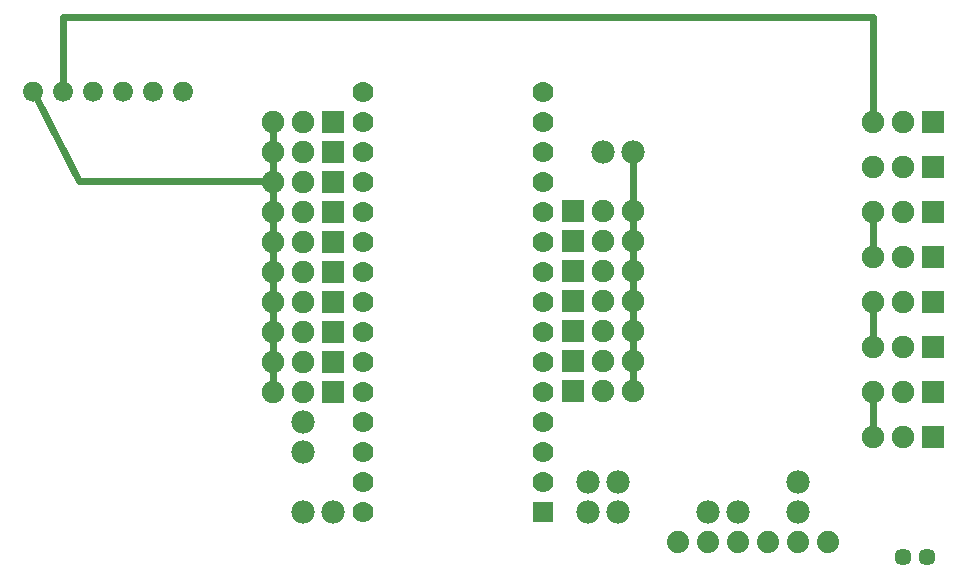
<source format=gbl>
G04 MADE WITH FRITZING*
G04 WWW.FRITZING.ORG*
G04 DOUBLE SIDED*
G04 HOLES PLATED*
G04 CONTOUR ON CENTER OF CONTOUR VECTOR*
%ASAXBY*%
%FSLAX23Y23*%
%MOIN*%
%OFA0B0*%
%SFA1.0B1.0*%
%ADD10C,0.075000*%
%ADD11C,0.065972*%
%ADD12C,0.057000*%
%ADD13C,0.070000*%
%ADD14C,0.074000*%
%ADD15C,0.078000*%
%ADD16R,0.075000X0.075000*%
%ADD17R,0.069972X0.070000*%
%ADD18C,0.024000*%
%ADD19R,0.001000X0.001000*%
%LNCOPPER0*%
G90*
G70*
G54D10*
X3256Y722D03*
X3156Y722D03*
X3056Y722D03*
X3256Y572D03*
X3156Y572D03*
X3056Y572D03*
X3256Y1472D03*
X3156Y1472D03*
X3056Y1472D03*
X3256Y1172D03*
X3156Y1172D03*
X3056Y1172D03*
X3256Y872D03*
X3156Y872D03*
X3056Y872D03*
X3256Y1622D03*
X3156Y1622D03*
X3056Y1622D03*
X3256Y1322D03*
X3156Y1322D03*
X3056Y1322D03*
X3256Y1022D03*
X3156Y1022D03*
X3056Y1022D03*
X1256Y1622D03*
X1156Y1622D03*
X1056Y1622D03*
X1256Y1522D03*
X1156Y1522D03*
X1056Y1522D03*
X1256Y1422D03*
X1156Y1422D03*
X1056Y1422D03*
X1256Y1322D03*
X1156Y1322D03*
X1056Y1322D03*
X1256Y1222D03*
X1156Y1222D03*
X1056Y1222D03*
X1256Y1122D03*
X1156Y1122D03*
X1056Y1122D03*
X1256Y922D03*
X1156Y922D03*
X1056Y922D03*
X1256Y1022D03*
X1156Y1022D03*
X1056Y1022D03*
X1256Y722D03*
X1156Y722D03*
X1056Y722D03*
X1256Y822D03*
X1156Y822D03*
X1056Y822D03*
X2058Y1325D03*
X2158Y1325D03*
X2258Y1325D03*
X2058Y1125D03*
X2158Y1125D03*
X2258Y1125D03*
X2058Y1225D03*
X2158Y1225D03*
X2258Y1225D03*
X2058Y1025D03*
X2158Y1025D03*
X2258Y1025D03*
X2058Y825D03*
X2158Y825D03*
X2258Y825D03*
X2058Y925D03*
X2158Y925D03*
X2258Y925D03*
X2058Y725D03*
X2158Y725D03*
X2258Y725D03*
G54D11*
X257Y1723D03*
X357Y1723D03*
X457Y1723D03*
X557Y1723D03*
X657Y1723D03*
X757Y1723D03*
G54D12*
X3157Y173D03*
X3236Y173D03*
G54D13*
X1957Y323D03*
X1957Y423D03*
X1957Y523D03*
X1957Y623D03*
X1957Y723D03*
X1957Y823D03*
X1957Y923D03*
X1957Y1023D03*
X1957Y1123D03*
X1957Y1223D03*
X1957Y1323D03*
X1957Y1423D03*
X1957Y1523D03*
X1957Y1623D03*
X1957Y1723D03*
X1357Y323D03*
X1357Y423D03*
X1357Y523D03*
X1357Y623D03*
X1357Y723D03*
X1357Y823D03*
X1357Y923D03*
X1357Y1023D03*
X1357Y1123D03*
X1357Y1223D03*
X1357Y1323D03*
X1357Y1423D03*
X1357Y1523D03*
X1357Y1623D03*
X1357Y1723D03*
G54D14*
X2907Y223D03*
X2807Y223D03*
X2707Y223D03*
X2607Y223D03*
X2507Y223D03*
X2407Y223D03*
G54D15*
X2207Y423D03*
X2107Y423D03*
X1257Y323D03*
X1157Y323D03*
X1157Y523D03*
X1157Y623D03*
X2157Y1523D03*
X2257Y1523D03*
X2807Y323D03*
X2807Y423D03*
X2607Y323D03*
X2507Y323D03*
X2207Y323D03*
X2107Y323D03*
G54D16*
X3256Y722D03*
X3256Y572D03*
X3256Y1472D03*
X3256Y1172D03*
X3256Y872D03*
X3256Y1622D03*
X3256Y1322D03*
X3256Y1022D03*
X1256Y1622D03*
X1256Y1522D03*
X1256Y1422D03*
X1256Y1322D03*
X1256Y1222D03*
X1256Y1122D03*
X1256Y922D03*
X1256Y1022D03*
X1256Y722D03*
X1256Y822D03*
X2058Y1325D03*
X2058Y1125D03*
X2058Y1225D03*
X2058Y1025D03*
X2058Y825D03*
X2058Y925D03*
X2058Y725D03*
G54D17*
X1957Y323D03*
G54D18*
X409Y1425D02*
X269Y1699D01*
D02*
X1058Y1425D02*
X409Y1425D01*
D02*
X1058Y1223D02*
X1058Y1425D01*
D02*
X1057Y1223D02*
X1058Y1223D01*
D02*
X1057Y1208D02*
X1057Y1139D01*
D02*
X1057Y1108D02*
X1057Y1039D01*
D02*
X1057Y1008D02*
X1057Y939D01*
D02*
X1057Y908D02*
X1057Y839D01*
D02*
X1057Y808D02*
X1057Y739D01*
D02*
X2257Y808D02*
X2257Y739D01*
D02*
X2257Y1008D02*
X2257Y839D01*
D02*
X2257Y1039D02*
X2257Y1108D01*
D02*
X2257Y1139D02*
X2257Y1208D01*
D02*
X2257Y1239D02*
X2257Y1308D01*
D02*
X2257Y1493D02*
X2257Y1339D01*
D02*
X3057Y889D02*
X3057Y1008D01*
D02*
X3057Y1189D02*
X3057Y1308D01*
D02*
X3057Y1473D02*
X3057Y1473D01*
D02*
X3057Y589D02*
X3057Y708D01*
D02*
X357Y1971D02*
X3057Y1971D01*
D02*
X3057Y1971D02*
X3057Y1639D01*
D02*
X357Y1750D02*
X357Y1971D01*
D02*
X1057Y1439D02*
X1057Y1508D01*
D02*
X1057Y1539D02*
X1057Y1608D01*
G54D19*
X250Y1756D02*
X263Y1756D01*
X350Y1756D02*
X363Y1756D01*
X450Y1756D02*
X463Y1756D01*
X550Y1756D02*
X563Y1756D01*
X650Y1756D02*
X663Y1756D01*
X750Y1756D02*
X763Y1756D01*
X247Y1755D02*
X267Y1755D01*
X347Y1755D02*
X366Y1755D01*
X447Y1755D02*
X466Y1755D01*
X547Y1755D02*
X566Y1755D01*
X646Y1755D02*
X666Y1755D01*
X746Y1755D02*
X766Y1755D01*
X244Y1754D02*
X269Y1754D01*
X344Y1754D02*
X369Y1754D01*
X444Y1754D02*
X469Y1754D01*
X544Y1754D02*
X569Y1754D01*
X644Y1754D02*
X669Y1754D01*
X744Y1754D02*
X769Y1754D01*
X242Y1753D02*
X271Y1753D01*
X342Y1753D02*
X371Y1753D01*
X442Y1753D02*
X471Y1753D01*
X542Y1753D02*
X571Y1753D01*
X642Y1753D02*
X671Y1753D01*
X742Y1753D02*
X771Y1753D01*
X240Y1752D02*
X273Y1752D01*
X340Y1752D02*
X373Y1752D01*
X440Y1752D02*
X473Y1752D01*
X540Y1752D02*
X573Y1752D01*
X640Y1752D02*
X673Y1752D01*
X740Y1752D02*
X773Y1752D01*
X238Y1751D02*
X275Y1751D01*
X338Y1751D02*
X375Y1751D01*
X438Y1751D02*
X475Y1751D01*
X538Y1751D02*
X575Y1751D01*
X638Y1751D02*
X675Y1751D01*
X738Y1751D02*
X775Y1751D01*
X237Y1750D02*
X276Y1750D01*
X337Y1750D02*
X376Y1750D01*
X437Y1750D02*
X476Y1750D01*
X537Y1750D02*
X576Y1750D01*
X637Y1750D02*
X676Y1750D01*
X737Y1750D02*
X776Y1750D01*
X236Y1749D02*
X277Y1749D01*
X336Y1749D02*
X377Y1749D01*
X436Y1749D02*
X477Y1749D01*
X536Y1749D02*
X577Y1749D01*
X636Y1749D02*
X677Y1749D01*
X736Y1749D02*
X777Y1749D01*
X235Y1748D02*
X278Y1748D01*
X335Y1748D02*
X378Y1748D01*
X435Y1748D02*
X478Y1748D01*
X535Y1748D02*
X578Y1748D01*
X634Y1748D02*
X678Y1748D01*
X734Y1748D02*
X778Y1748D01*
X234Y1747D02*
X280Y1747D01*
X333Y1747D02*
X380Y1747D01*
X433Y1747D02*
X480Y1747D01*
X533Y1747D02*
X580Y1747D01*
X633Y1747D02*
X679Y1747D01*
X733Y1747D02*
X779Y1747D01*
X233Y1746D02*
X280Y1746D01*
X333Y1746D02*
X380Y1746D01*
X433Y1746D02*
X480Y1746D01*
X533Y1746D02*
X580Y1746D01*
X633Y1746D02*
X680Y1746D01*
X732Y1746D02*
X780Y1746D01*
X232Y1745D02*
X281Y1745D01*
X332Y1745D02*
X381Y1745D01*
X432Y1745D02*
X481Y1745D01*
X532Y1745D02*
X581Y1745D01*
X632Y1745D02*
X681Y1745D01*
X732Y1745D02*
X781Y1745D01*
X231Y1744D02*
X282Y1744D01*
X331Y1744D02*
X382Y1744D01*
X431Y1744D02*
X482Y1744D01*
X531Y1744D02*
X582Y1744D01*
X631Y1744D02*
X682Y1744D01*
X731Y1744D02*
X782Y1744D01*
X230Y1743D02*
X283Y1743D01*
X330Y1743D02*
X383Y1743D01*
X430Y1743D02*
X483Y1743D01*
X530Y1743D02*
X583Y1743D01*
X630Y1743D02*
X683Y1743D01*
X730Y1743D02*
X783Y1743D01*
X230Y1742D02*
X283Y1742D01*
X330Y1742D02*
X383Y1742D01*
X430Y1742D02*
X483Y1742D01*
X530Y1742D02*
X583Y1742D01*
X629Y1742D02*
X683Y1742D01*
X729Y1742D02*
X783Y1742D01*
X229Y1741D02*
X284Y1741D01*
X329Y1741D02*
X384Y1741D01*
X429Y1741D02*
X484Y1741D01*
X529Y1741D02*
X584Y1741D01*
X629Y1741D02*
X684Y1741D01*
X729Y1741D02*
X784Y1741D01*
X228Y1740D02*
X285Y1740D01*
X328Y1740D02*
X385Y1740D01*
X428Y1740D02*
X485Y1740D01*
X528Y1740D02*
X585Y1740D01*
X628Y1740D02*
X685Y1740D01*
X728Y1740D02*
X785Y1740D01*
X228Y1739D02*
X252Y1739D01*
X261Y1739D02*
X285Y1739D01*
X328Y1739D02*
X352Y1739D01*
X361Y1739D02*
X385Y1739D01*
X428Y1739D02*
X452Y1739D01*
X461Y1739D02*
X485Y1739D01*
X528Y1739D02*
X552Y1739D01*
X561Y1739D02*
X585Y1739D01*
X628Y1739D02*
X652Y1739D01*
X661Y1739D02*
X685Y1739D01*
X728Y1739D02*
X752Y1739D01*
X761Y1739D02*
X785Y1739D01*
X227Y1738D02*
X249Y1738D01*
X264Y1738D02*
X286Y1738D01*
X327Y1738D02*
X349Y1738D01*
X364Y1738D02*
X386Y1738D01*
X427Y1738D02*
X449Y1738D01*
X464Y1738D02*
X486Y1738D01*
X527Y1738D02*
X549Y1738D01*
X564Y1738D02*
X586Y1738D01*
X627Y1738D02*
X649Y1738D01*
X664Y1738D02*
X686Y1738D01*
X727Y1738D02*
X749Y1738D01*
X764Y1738D02*
X786Y1738D01*
X227Y1737D02*
X247Y1737D01*
X266Y1737D02*
X286Y1737D01*
X327Y1737D02*
X347Y1737D01*
X366Y1737D02*
X386Y1737D01*
X427Y1737D02*
X447Y1737D01*
X466Y1737D02*
X486Y1737D01*
X527Y1737D02*
X547Y1737D01*
X566Y1737D02*
X586Y1737D01*
X627Y1737D02*
X647Y1737D01*
X666Y1737D02*
X686Y1737D01*
X727Y1737D02*
X747Y1737D01*
X766Y1737D02*
X786Y1737D01*
X227Y1736D02*
X246Y1736D01*
X267Y1736D02*
X287Y1736D01*
X327Y1736D02*
X346Y1736D01*
X367Y1736D02*
X387Y1736D01*
X427Y1736D02*
X446Y1736D01*
X467Y1736D02*
X486Y1736D01*
X527Y1736D02*
X546Y1736D01*
X567Y1736D02*
X586Y1736D01*
X626Y1736D02*
X646Y1736D01*
X667Y1736D02*
X686Y1736D01*
X726Y1736D02*
X746Y1736D01*
X767Y1736D02*
X786Y1736D01*
X226Y1735D02*
X245Y1735D01*
X268Y1735D02*
X287Y1735D01*
X326Y1735D02*
X345Y1735D01*
X368Y1735D02*
X387Y1735D01*
X426Y1735D02*
X445Y1735D01*
X468Y1735D02*
X487Y1735D01*
X526Y1735D02*
X545Y1735D01*
X568Y1735D02*
X587Y1735D01*
X626Y1735D02*
X645Y1735D01*
X668Y1735D02*
X687Y1735D01*
X726Y1735D02*
X745Y1735D01*
X768Y1735D02*
X787Y1735D01*
X226Y1734D02*
X244Y1734D01*
X269Y1734D02*
X287Y1734D01*
X326Y1734D02*
X344Y1734D01*
X369Y1734D02*
X387Y1734D01*
X426Y1734D02*
X444Y1734D01*
X469Y1734D02*
X487Y1734D01*
X526Y1734D02*
X544Y1734D01*
X569Y1734D02*
X587Y1734D01*
X626Y1734D02*
X644Y1734D01*
X669Y1734D02*
X687Y1734D01*
X726Y1734D02*
X744Y1734D01*
X769Y1734D02*
X787Y1734D01*
X226Y1733D02*
X243Y1733D01*
X270Y1733D02*
X288Y1733D01*
X325Y1733D02*
X343Y1733D01*
X370Y1733D02*
X388Y1733D01*
X425Y1733D02*
X443Y1733D01*
X470Y1733D02*
X488Y1733D01*
X525Y1733D02*
X543Y1733D01*
X570Y1733D02*
X588Y1733D01*
X625Y1733D02*
X643Y1733D01*
X670Y1733D02*
X687Y1733D01*
X725Y1733D02*
X743Y1733D01*
X770Y1733D02*
X787Y1733D01*
X225Y1732D02*
X243Y1732D01*
X270Y1732D02*
X288Y1732D01*
X325Y1732D02*
X343Y1732D01*
X370Y1732D02*
X388Y1732D01*
X425Y1732D02*
X443Y1732D01*
X470Y1732D02*
X488Y1732D01*
X525Y1732D02*
X543Y1732D01*
X570Y1732D02*
X588Y1732D01*
X625Y1732D02*
X643Y1732D01*
X670Y1732D02*
X688Y1732D01*
X725Y1732D02*
X742Y1732D01*
X770Y1732D02*
X788Y1732D01*
X225Y1731D02*
X242Y1731D01*
X271Y1731D02*
X288Y1731D01*
X325Y1731D02*
X342Y1731D01*
X371Y1731D02*
X388Y1731D01*
X425Y1731D02*
X442Y1731D01*
X471Y1731D02*
X488Y1731D01*
X525Y1731D02*
X542Y1731D01*
X571Y1731D02*
X588Y1731D01*
X625Y1731D02*
X642Y1731D01*
X671Y1731D02*
X688Y1731D01*
X725Y1731D02*
X742Y1731D01*
X771Y1731D02*
X788Y1731D01*
X225Y1730D02*
X242Y1730D01*
X272Y1730D02*
X288Y1730D01*
X325Y1730D02*
X341Y1730D01*
X372Y1730D02*
X388Y1730D01*
X425Y1730D02*
X441Y1730D01*
X472Y1730D02*
X488Y1730D01*
X525Y1730D02*
X541Y1730D01*
X572Y1730D02*
X588Y1730D01*
X625Y1730D02*
X641Y1730D01*
X671Y1730D02*
X688Y1730D01*
X725Y1730D02*
X741Y1730D01*
X771Y1730D02*
X788Y1730D01*
X225Y1729D02*
X241Y1729D01*
X272Y1729D02*
X289Y1729D01*
X325Y1729D02*
X341Y1729D01*
X372Y1729D02*
X389Y1729D01*
X425Y1729D02*
X441Y1729D01*
X472Y1729D02*
X488Y1729D01*
X525Y1729D02*
X541Y1729D01*
X572Y1729D02*
X588Y1729D01*
X624Y1729D02*
X641Y1729D01*
X672Y1729D02*
X688Y1729D01*
X724Y1729D02*
X741Y1729D01*
X772Y1729D02*
X788Y1729D01*
X224Y1728D02*
X241Y1728D01*
X272Y1728D02*
X289Y1728D01*
X324Y1728D02*
X341Y1728D01*
X372Y1728D02*
X389Y1728D01*
X424Y1728D02*
X441Y1728D01*
X472Y1728D02*
X489Y1728D01*
X524Y1728D02*
X541Y1728D01*
X572Y1728D02*
X589Y1728D01*
X624Y1728D02*
X641Y1728D01*
X672Y1728D02*
X689Y1728D01*
X724Y1728D02*
X741Y1728D01*
X772Y1728D02*
X789Y1728D01*
X224Y1727D02*
X241Y1727D01*
X272Y1727D02*
X289Y1727D01*
X324Y1727D02*
X341Y1727D01*
X372Y1727D02*
X389Y1727D01*
X424Y1727D02*
X441Y1727D01*
X472Y1727D02*
X489Y1727D01*
X524Y1727D02*
X541Y1727D01*
X572Y1727D02*
X589Y1727D01*
X624Y1727D02*
X641Y1727D01*
X672Y1727D02*
X689Y1727D01*
X724Y1727D02*
X741Y1727D01*
X772Y1727D02*
X789Y1727D01*
X224Y1726D02*
X241Y1726D01*
X273Y1726D02*
X289Y1726D01*
X324Y1726D02*
X341Y1726D01*
X372Y1726D02*
X389Y1726D01*
X424Y1726D02*
X441Y1726D01*
X472Y1726D02*
X489Y1726D01*
X524Y1726D02*
X541Y1726D01*
X572Y1726D02*
X589Y1726D01*
X624Y1726D02*
X640Y1726D01*
X672Y1726D02*
X689Y1726D01*
X724Y1726D02*
X740Y1726D01*
X772Y1726D02*
X789Y1726D01*
X224Y1725D02*
X241Y1725D01*
X273Y1725D02*
X289Y1725D01*
X324Y1725D02*
X340Y1725D01*
X373Y1725D02*
X389Y1725D01*
X424Y1725D02*
X440Y1725D01*
X473Y1725D02*
X489Y1725D01*
X524Y1725D02*
X540Y1725D01*
X573Y1725D02*
X589Y1725D01*
X624Y1725D02*
X640Y1725D01*
X672Y1725D02*
X689Y1725D01*
X724Y1725D02*
X740Y1725D01*
X772Y1725D02*
X789Y1725D01*
X224Y1724D02*
X240Y1724D01*
X273Y1724D02*
X289Y1724D01*
X324Y1724D02*
X340Y1724D01*
X373Y1724D02*
X389Y1724D01*
X424Y1724D02*
X440Y1724D01*
X473Y1724D02*
X489Y1724D01*
X524Y1724D02*
X540Y1724D01*
X573Y1724D02*
X589Y1724D01*
X624Y1724D02*
X640Y1724D01*
X673Y1724D02*
X689Y1724D01*
X724Y1724D02*
X740Y1724D01*
X773Y1724D02*
X789Y1724D01*
X224Y1723D02*
X241Y1723D01*
X273Y1723D02*
X289Y1723D01*
X324Y1723D02*
X340Y1723D01*
X373Y1723D02*
X389Y1723D01*
X424Y1723D02*
X440Y1723D01*
X473Y1723D02*
X489Y1723D01*
X524Y1723D02*
X540Y1723D01*
X573Y1723D02*
X589Y1723D01*
X624Y1723D02*
X640Y1723D01*
X672Y1723D02*
X689Y1723D01*
X724Y1723D02*
X740Y1723D01*
X772Y1723D02*
X789Y1723D01*
X224Y1722D02*
X241Y1722D01*
X273Y1722D02*
X289Y1722D01*
X324Y1722D02*
X341Y1722D01*
X372Y1722D02*
X389Y1722D01*
X424Y1722D02*
X441Y1722D01*
X472Y1722D02*
X489Y1722D01*
X524Y1722D02*
X541Y1722D01*
X572Y1722D02*
X589Y1722D01*
X624Y1722D02*
X640Y1722D01*
X672Y1722D02*
X689Y1722D01*
X724Y1722D02*
X740Y1722D01*
X772Y1722D02*
X789Y1722D01*
X224Y1721D02*
X241Y1721D01*
X272Y1721D02*
X289Y1721D01*
X324Y1721D02*
X341Y1721D01*
X372Y1721D02*
X389Y1721D01*
X424Y1721D02*
X441Y1721D01*
X472Y1721D02*
X489Y1721D01*
X524Y1721D02*
X541Y1721D01*
X572Y1721D02*
X589Y1721D01*
X624Y1721D02*
X641Y1721D01*
X672Y1721D02*
X689Y1721D01*
X724Y1721D02*
X741Y1721D01*
X772Y1721D02*
X789Y1721D01*
X224Y1720D02*
X241Y1720D01*
X272Y1720D02*
X289Y1720D01*
X324Y1720D02*
X341Y1720D01*
X372Y1720D02*
X389Y1720D01*
X424Y1720D02*
X441Y1720D01*
X472Y1720D02*
X489Y1720D01*
X524Y1720D02*
X541Y1720D01*
X572Y1720D02*
X589Y1720D01*
X624Y1720D02*
X641Y1720D01*
X672Y1720D02*
X689Y1720D01*
X724Y1720D02*
X741Y1720D01*
X772Y1720D02*
X789Y1720D01*
X225Y1719D02*
X241Y1719D01*
X272Y1719D02*
X289Y1719D01*
X325Y1719D02*
X341Y1719D01*
X372Y1719D02*
X389Y1719D01*
X424Y1719D02*
X441Y1719D01*
X472Y1719D02*
X488Y1719D01*
X524Y1719D02*
X541Y1719D01*
X572Y1719D02*
X589Y1719D01*
X624Y1719D02*
X641Y1719D01*
X672Y1719D02*
X688Y1719D01*
X724Y1719D02*
X741Y1719D01*
X772Y1719D02*
X788Y1719D01*
X225Y1718D02*
X241Y1718D01*
X272Y1718D02*
X288Y1718D01*
X325Y1718D02*
X341Y1718D01*
X372Y1718D02*
X388Y1718D01*
X425Y1718D02*
X441Y1718D01*
X472Y1718D02*
X488Y1718D01*
X525Y1718D02*
X541Y1718D01*
X572Y1718D02*
X588Y1718D01*
X625Y1718D02*
X641Y1718D01*
X672Y1718D02*
X688Y1718D01*
X725Y1718D02*
X741Y1718D01*
X772Y1718D02*
X788Y1718D01*
X225Y1717D02*
X242Y1717D01*
X271Y1717D02*
X288Y1717D01*
X325Y1717D02*
X342Y1717D01*
X371Y1717D02*
X388Y1717D01*
X425Y1717D02*
X442Y1717D01*
X471Y1717D02*
X488Y1717D01*
X525Y1717D02*
X542Y1717D01*
X571Y1717D02*
X588Y1717D01*
X625Y1717D02*
X642Y1717D01*
X671Y1717D02*
X688Y1717D01*
X725Y1717D02*
X742Y1717D01*
X771Y1717D02*
X788Y1717D01*
X225Y1716D02*
X243Y1716D01*
X271Y1716D02*
X288Y1716D01*
X325Y1716D02*
X342Y1716D01*
X371Y1716D02*
X388Y1716D01*
X425Y1716D02*
X442Y1716D01*
X471Y1716D02*
X488Y1716D01*
X525Y1716D02*
X542Y1716D01*
X571Y1716D02*
X588Y1716D01*
X625Y1716D02*
X642Y1716D01*
X670Y1716D02*
X688Y1716D01*
X725Y1716D02*
X742Y1716D01*
X770Y1716D02*
X788Y1716D01*
X225Y1715D02*
X243Y1715D01*
X270Y1715D02*
X288Y1715D01*
X325Y1715D02*
X343Y1715D01*
X370Y1715D02*
X388Y1715D01*
X425Y1715D02*
X443Y1715D01*
X470Y1715D02*
X488Y1715D01*
X525Y1715D02*
X543Y1715D01*
X570Y1715D02*
X588Y1715D01*
X625Y1715D02*
X643Y1715D01*
X670Y1715D02*
X688Y1715D01*
X725Y1715D02*
X743Y1715D01*
X770Y1715D02*
X788Y1715D01*
X226Y1714D02*
X244Y1714D01*
X269Y1714D02*
X287Y1714D01*
X326Y1714D02*
X344Y1714D01*
X369Y1714D02*
X387Y1714D01*
X426Y1714D02*
X444Y1714D01*
X469Y1714D02*
X487Y1714D01*
X526Y1714D02*
X544Y1714D01*
X569Y1714D02*
X587Y1714D01*
X626Y1714D02*
X644Y1714D01*
X669Y1714D02*
X687Y1714D01*
X726Y1714D02*
X744Y1714D01*
X769Y1714D02*
X787Y1714D01*
X226Y1713D02*
X245Y1713D01*
X268Y1713D02*
X287Y1713D01*
X326Y1713D02*
X345Y1713D01*
X368Y1713D02*
X387Y1713D01*
X426Y1713D02*
X445Y1713D01*
X468Y1713D02*
X487Y1713D01*
X526Y1713D02*
X545Y1713D01*
X568Y1713D02*
X587Y1713D01*
X626Y1713D02*
X645Y1713D01*
X668Y1713D02*
X687Y1713D01*
X726Y1713D02*
X745Y1713D01*
X768Y1713D02*
X787Y1713D01*
X226Y1712D02*
X246Y1712D01*
X267Y1712D02*
X287Y1712D01*
X326Y1712D02*
X346Y1712D01*
X367Y1712D02*
X387Y1712D01*
X426Y1712D02*
X446Y1712D01*
X467Y1712D02*
X487Y1712D01*
X526Y1712D02*
X546Y1712D01*
X567Y1712D02*
X587Y1712D01*
X626Y1712D02*
X646Y1712D01*
X667Y1712D02*
X686Y1712D01*
X726Y1712D02*
X746Y1712D01*
X767Y1712D02*
X786Y1712D01*
X227Y1711D02*
X247Y1711D01*
X266Y1711D02*
X286Y1711D01*
X327Y1711D02*
X347Y1711D01*
X366Y1711D02*
X386Y1711D01*
X427Y1711D02*
X447Y1711D01*
X466Y1711D02*
X486Y1711D01*
X527Y1711D02*
X547Y1711D01*
X566Y1711D02*
X586Y1711D01*
X627Y1711D02*
X647Y1711D01*
X666Y1711D02*
X686Y1711D01*
X727Y1711D02*
X747Y1711D01*
X766Y1711D02*
X786Y1711D01*
X227Y1710D02*
X249Y1710D01*
X264Y1710D02*
X286Y1710D01*
X327Y1710D02*
X349Y1710D01*
X364Y1710D02*
X386Y1710D01*
X427Y1710D02*
X449Y1710D01*
X464Y1710D02*
X486Y1710D01*
X527Y1710D02*
X549Y1710D01*
X564Y1710D02*
X586Y1710D01*
X627Y1710D02*
X649Y1710D01*
X664Y1710D02*
X686Y1710D01*
X727Y1710D02*
X749Y1710D01*
X764Y1710D02*
X786Y1710D01*
X228Y1709D02*
X251Y1709D01*
X262Y1709D02*
X285Y1709D01*
X328Y1709D02*
X351Y1709D01*
X362Y1709D02*
X385Y1709D01*
X428Y1709D02*
X451Y1709D01*
X462Y1709D02*
X485Y1709D01*
X528Y1709D02*
X551Y1709D01*
X562Y1709D02*
X585Y1709D01*
X628Y1709D02*
X651Y1709D01*
X662Y1709D02*
X685Y1709D01*
X728Y1709D02*
X751Y1709D01*
X762Y1709D02*
X785Y1709D01*
X228Y1708D02*
X285Y1708D01*
X328Y1708D02*
X385Y1708D01*
X428Y1708D02*
X485Y1708D01*
X528Y1708D02*
X585Y1708D01*
X628Y1708D02*
X685Y1708D01*
X728Y1708D02*
X785Y1708D01*
X229Y1707D02*
X284Y1707D01*
X329Y1707D02*
X384Y1707D01*
X429Y1707D02*
X484Y1707D01*
X529Y1707D02*
X584Y1707D01*
X629Y1707D02*
X684Y1707D01*
X729Y1707D02*
X784Y1707D01*
X230Y1706D02*
X284Y1706D01*
X329Y1706D02*
X384Y1706D01*
X429Y1706D02*
X484Y1706D01*
X529Y1706D02*
X584Y1706D01*
X629Y1706D02*
X683Y1706D01*
X729Y1706D02*
X783Y1706D01*
X230Y1705D02*
X283Y1705D01*
X330Y1705D02*
X383Y1705D01*
X430Y1705D02*
X483Y1705D01*
X530Y1705D02*
X583Y1705D01*
X630Y1705D02*
X683Y1705D01*
X730Y1705D02*
X783Y1705D01*
X231Y1704D02*
X282Y1704D01*
X331Y1704D02*
X382Y1704D01*
X431Y1704D02*
X482Y1704D01*
X531Y1704D02*
X582Y1704D01*
X631Y1704D02*
X682Y1704D01*
X731Y1704D02*
X782Y1704D01*
X232Y1703D02*
X281Y1703D01*
X332Y1703D02*
X381Y1703D01*
X432Y1703D02*
X481Y1703D01*
X532Y1703D02*
X581Y1703D01*
X632Y1703D02*
X681Y1703D01*
X731Y1703D02*
X781Y1703D01*
X232Y1702D02*
X281Y1702D01*
X332Y1702D02*
X381Y1702D01*
X432Y1702D02*
X481Y1702D01*
X532Y1702D02*
X581Y1702D01*
X632Y1702D02*
X681Y1702D01*
X732Y1702D02*
X781Y1702D01*
X233Y1701D02*
X280Y1701D01*
X333Y1701D02*
X380Y1701D01*
X433Y1701D02*
X480Y1701D01*
X533Y1701D02*
X580Y1701D01*
X633Y1701D02*
X680Y1701D01*
X733Y1701D02*
X780Y1701D01*
X234Y1700D02*
X279Y1700D01*
X334Y1700D02*
X379Y1700D01*
X434Y1700D02*
X479Y1700D01*
X534Y1700D02*
X579Y1700D01*
X634Y1700D02*
X679Y1700D01*
X734Y1700D02*
X779Y1700D01*
X236Y1699D02*
X278Y1699D01*
X335Y1699D02*
X378Y1699D01*
X435Y1699D02*
X478Y1699D01*
X535Y1699D02*
X578Y1699D01*
X635Y1699D02*
X677Y1699D01*
X735Y1699D02*
X777Y1699D01*
X237Y1698D02*
X276Y1698D01*
X337Y1698D02*
X376Y1698D01*
X437Y1698D02*
X476Y1698D01*
X537Y1698D02*
X576Y1698D01*
X637Y1698D02*
X676Y1698D01*
X737Y1698D02*
X776Y1698D01*
X238Y1697D02*
X275Y1697D01*
X338Y1697D02*
X375Y1697D01*
X438Y1697D02*
X475Y1697D01*
X538Y1697D02*
X575Y1697D01*
X638Y1697D02*
X675Y1697D01*
X738Y1697D02*
X775Y1697D01*
X240Y1696D02*
X273Y1696D01*
X340Y1696D02*
X373Y1696D01*
X440Y1696D02*
X473Y1696D01*
X540Y1696D02*
X573Y1696D01*
X640Y1696D02*
X673Y1696D01*
X740Y1696D02*
X773Y1696D01*
X242Y1695D02*
X272Y1695D01*
X341Y1695D02*
X372Y1695D01*
X441Y1695D02*
X472Y1695D01*
X541Y1695D02*
X572Y1695D01*
X641Y1695D02*
X671Y1695D01*
X741Y1695D02*
X771Y1695D01*
X244Y1694D02*
X269Y1694D01*
X344Y1694D02*
X369Y1694D01*
X444Y1694D02*
X469Y1694D01*
X544Y1694D02*
X569Y1694D01*
X644Y1694D02*
X669Y1694D01*
X743Y1694D02*
X769Y1694D01*
X246Y1693D02*
X267Y1693D01*
X346Y1693D02*
X367Y1693D01*
X446Y1693D02*
X467Y1693D01*
X546Y1693D02*
X567Y1693D01*
X646Y1693D02*
X667Y1693D01*
X746Y1693D02*
X767Y1693D01*
X249Y1692D02*
X264Y1692D01*
X349Y1692D02*
X364Y1692D01*
X449Y1692D02*
X464Y1692D01*
X549Y1692D02*
X564Y1692D01*
X649Y1692D02*
X664Y1692D01*
X749Y1692D02*
X764Y1692D01*
X256Y1691D02*
X257Y1691D01*
X356Y1691D02*
X357Y1691D01*
X456Y1691D02*
X457Y1691D01*
X556Y1691D02*
X557Y1691D01*
X656Y1691D02*
X657Y1691D01*
X756Y1691D02*
X757Y1691D01*
D02*
G04 End of Copper0*
M02*
</source>
